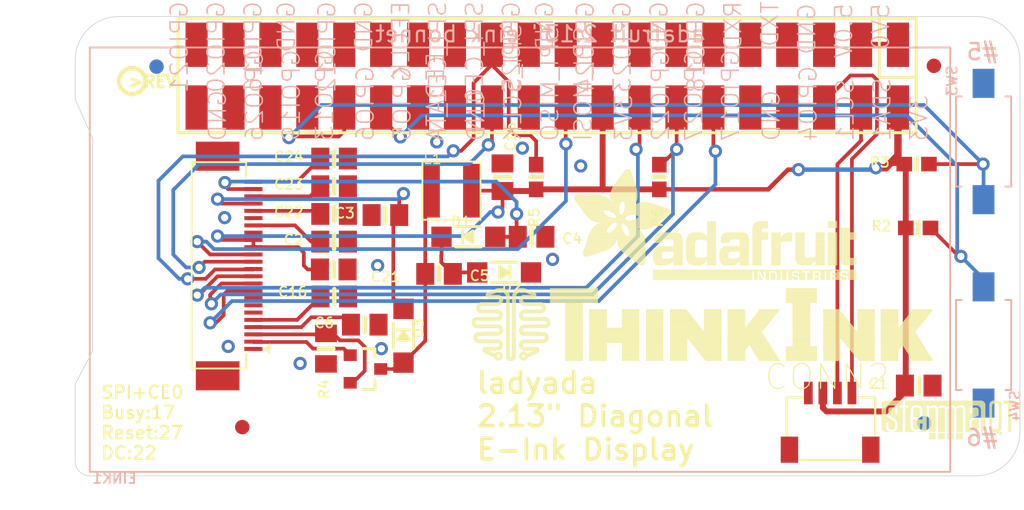
<source format=kicad_pcb>
(kicad_pcb (version 20211014) (generator pcbnew)
  (layers (0 "F.Cu" signal) (31 "B.Cu" signal) (34 "B.Paste" user) (35 "F.Paste" user) (36 "B.SilkS" user "B.Silkscreen") (37 "F.SilkS" user "F.Silkscreen") (38 "B.Mask" user) (39 "F.Mask" user) (44 "Edge.Cuts" user))
  (net 0 "")
  (net 1 "GND")
  (net 2 "3.3V")
  (net 3 "VGH")
  (net 4 "VGL")
  (net 5 "BUSY")
  (net 6 "RESET")
  (net 7 "GDR")
  (net 8 "RESE")
  (net 9 "N$4")
  (net 10 "N$5")
  (net 11 "N$6")
  (net 12 "N$27")
  (net 13 "N$33")
  (net 14 "DC")
  (net 15 "N$2")
  (net 16 "N$3")
  (net 17 "N$9")
  (net 18 "MOSI")
  (net 19 "SCLK")
  (net 20 "CS")
  (net 21 "5.0V")
  (net 22 "SCL_3V")
  (net 23 "SDA_3V")
  (net 24 "GPIO5")
  (net 25 "GPIO6")
  (footprint "boardEagle:FIDUCIAL_1MM" (layer "F.Cu") (at 127.494599 117.4541)
    (fp_text reference "FID4" hide)
    (fp_text value "FIDUCIAL_1MM" hide)
    (pad "1" smd roundrect (at 0 0) (size 1 1) (layers "F.Cu" "F.Mask") (roundrect_rratio 0.5))
  )
  (footprint "boardEagle:SOD-123" (layer "F.Cu") (at 138.588099 111.1676 -90)
    (fp_text reference "D3" (at -1.27 -1.016 90) (layer "F.SilkS") (effects (font (size 0.692831 0.692831) (thickness 0.119969)) (justify right)))
    (fp_text value "MBR0540")
    (pad "A" smd rect (at 1.85 0) (size 1.4 1.4) (layers "F.Cu" "F.Paste" "F.Mask") (net 16 "N$3"))
    (pad "C" smd rect (at -1.85 0) (size 1.4 1.4) (layers "F.Cu" "F.Paste" "F.Mask") (net 3 "VGH"))
  )
  (footprint "boardEagle:0805-NO" (layer "F.Cu") (at 133.826499 108.4646 180)
    (fp_text reference "C16" (at 1.778 0.3175) (layer "F.SilkS") (effects (font (size 0.692831 0.692831) (thickness 0.119969)) (justify right)))
    (fp_text value "1uF")
    (pad "1" smd rect (at -0.95 0 180) (size 1.24 1.5) (layers "F.Cu" "F.Paste" "F.Mask") (net 1 "GND"))
    (pad "2" smd rect (at 0.95 0 180) (size 1.24 1.5) (layers "F.Cu" "F.Paste" "F.Mask") (net 9 "N$4"))
  )
  (footprint "boardEagle:0805-NO" (layer "F.Cu") (at 147.400499 104.3588)
    (fp_text reference "C4" (at 2.032 0.127) (layer "F.SilkS") (effects (font (size 0.692831 0.692831) (thickness 0.119969)) (justify left)))
    (fp_text value "1uF/25V")
    (pad "1" smd rect (at -0.95 0) (size 1.24 1.5) (layers "F.Cu" "F.Paste" "F.Mask") (net 4 "VGL"))
    (pad "2" smd rect (at 0.95 0) (size 1.24 1.5) (layers "F.Cu" "F.Paste" "F.Mask") (net 1 "GND"))
  )
  (footprint "boardEagle:0805-NO" (layer "F.Cu") (at 133.812899 104.6906 180)
    (fp_text reference "C2" (at 2.032 0.127) (layer "F.SilkS") (effects (font (size 0.692831 0.692831) (thickness 0.119969)) (justify right)))
    (fp_text value "1uF/10V")
    (pad "1" smd rect (at -0.95 0 180) (size 1.24 1.5) (layers "F.Cu" "F.Paste" "F.Mask") (net 1 "GND"))
    (pad "2" smd rect (at 0.95 0 180) (size 1.24 1.5) (layers "F.Cu" "F.Paste" "F.Mask") (net 10 "N$5"))
  )
  (footprint "boardEagle:JST_SH4" (layer "F.Cu") (at 167.944099 117.6226)
    (fp_text reference "CONN2" (at -4.6 -3.614) (layer "F.SilkS") (effects (font (size 1.703222 1.703222) (thickness 0.074778)) (justify left)))
    (fp_text value "STEMMA_I2C_QT" hide)
    (pad "1" smd rect (at -1.5 -2.514 90) (size 1.55 0.6) (layers "F.Cu" "F.Paste" "F.Mask") (net 1 "GND"))
    (pad "2" smd rect (at -0.5 -2.514 90) (size 1.55 0.6) (layers "F.Cu" "F.Paste" "F.Mask") (net 2 "3.3V"))
    (pad "3" smd rect (at 0.5 -2.514 90) (size 1.55 0.6) (layers "F.Cu" "F.Paste" "F.Mask") (net 23 "SDA_3V"))
    (pad "4" smd rect (at 1.5 -2.514 90) (size 1.55 0.6) (layers "F.Cu" "F.Paste" "F.Mask") (net 22 "SCL_3V"))
    (pad "MT1" smd rect (at -2.8 1.386 90) (size 1.8 1.2) (layers "F.Cu" "F.Paste" "F.Mask"))
    (pad "MT2" smd rect (at 2.8 1.386 90) (size 1.8 1.2) (layers "F.Cu" "F.Paste" "F.Mask"))
  )
  (footprint "boardEagle:SOD-123" (layer "F.Cu") (at 145.512899 106.8114 180)
    (fp_text reference "D2" (at -1.27 -1.016) (layer "F.SilkS") (effects (font (size 0.692831 0.692831) (thickness 0.119969)) (justify right)))
    (fp_text value "MBR0540")
    (pad "A" smd rect (at 1.85 0 270) (size 1.4 1.4) (layers "F.Cu" "F.Paste" "F.Mask") (net 15 "N$2"))
    (pad "C" smd rect (at -1.85 0 270) (size 1.4 1.4) (layers "F.Cu" "F.Paste" "F.Mask") (net 1 "GND"))
  )
  (footprint "boardEagle:THINKINK_1.25IN" (layer "F.Cu") (at 143.294099 112.8896)
    (fp_text reference "U$29" hide)
    (fp_text value "" hide)
  )
  (footprint "boardEagle:SOD-123" (layer "F.Cu") (at 143.053899 104.3588)
    (fp_text reference "D1" (at -1.27 -1.016) (layer "F.SilkS") (effects (font (size 0.692831 0.692831) (thickness 0.119969)) (justify left)))
    (fp_text value "MBR0540")
    (pad "A" smd rect (at 1.85 0 90) (size 1.4 1.4) (layers "F.Cu" "F.Paste" "F.Mask") (net 4 "VGL"))
    (pad "C" smd rect (at -1.85 0 90) (size 1.4 1.4) (layers "F.Cu" "F.Paste" "F.Mask") (net 15 "N$2"))
  )
  (footprint "boardEagle:0805-NO" (layer "F.Cu") (at 133.788699 106.6056)
    (fp_text reference "C21" (at 2.4765 0.508) (layer "F.SilkS") (effects (font (size 0.692831 0.692831) (thickness 0.119969)) (justify left)))
    (fp_text value "10µF")
    (pad "1" smd rect (at -0.95 0) (size 1.24 1.5) (layers "F.Cu" "F.Paste" "F.Mask") (net 2 "3.3V"))
    (pad "2" smd rect (at 0.95 0) (size 1.24 1.5) (layers "F.Cu" "F.Paste" "F.Mask") (net 1 "GND"))
  )
  (footprint "boardEagle:0805-NO" (layer "F.Cu") (at 145.399299 100.2592 -90)
    (fp_text reference "C15" (at -1.694 -0.5635 90) (layer "F.SilkS") (effects (font (size 0.692831 0.692831) (thickness 0.119969)) (justify left)))
    (fp_text value "10uF/10V+")
    (pad "1" smd rect (at -0.95 0 270) (size 1.24 1.5) (layers "F.Cu" "F.Paste" "F.Mask") (net 1 "GND"))
    (pad "2" smd rect (at 0.95 0 270) (size 1.24 1.5) (layers "F.Cu" "F.Paste" "F.Mask") (net 2 "3.3V"))
  )
  (footprint "boardEagle:0805_10MGAP" (layer "F.Cu") (at 133.254099 112.0566 -90)
    (fp_text reference "R4" (at 2.032 0.127 90) (layer "F.SilkS") (effects (font (size 0.692831 0.692831) (thickness 0.119969)) (justify right)))
    (fp_text value "0.47ohm")
    (pad "1" smd rect (at -1.05 0 270) (size 1.2 1.5) (layers "F.Cu" "F.Paste" "F.Mask") (net 8 "RESE"))
    (pad "2" smd rect (at 1.05 0 270) (size 1.2 1.5) (layers "F.Cu" "F.Paste" "F.Mask") (net 1 "GND"))
  )
  (footprint "boardEagle:0805-NO" (layer "F.Cu") (at 141.034499 106.9114)
    (fp_text reference "C5" (at 2.032 0.127) (layer "F.SilkS") (effects (font (size 0.692831 0.692831) (thickness 0.119969)) (justify left)))
    (fp_text value "4.7uF/25V")
    (pad "1" smd rect (at -0.95 0) (size 1.24 1.5) (layers "F.Cu" "F.Paste" "F.Mask") (net 16 "N$3"))
    (pad "2" smd rect (at 0.95 0) (size 1.24 1.5) (layers "F.Cu" "F.Paste" "F.Mask") (net 15 "N$2"))
  )
  (footprint "boardEagle:0805-NO" (layer "F.Cu") (at 133.812899 102.7856 180)
    (fp_text reference "C22" (at 2.032 0.127) (layer "F.SilkS") (effects (font (size 0.692831 0.692831) (thickness 0.119969)) (justify right)))
    (fp_text value "1uF/25V")
    (pad "1" smd rect (at -0.95 0 180) (size 1.24 1.5) (layers "F.Cu" "F.Paste" "F.Mask") (net 1 "GND"))
    (pad "2" smd rect (at 0.95 0 180) (size 1.24 1.5) (layers "F.Cu" "F.Paste" "F.Mask") (net 11 "N$6"))
  )
  (footprint "boardEagle:STEMMAQT" (layer "F.Cu") (at 171.500099 118.2796)
    (fp_text reference "U$30" hide)
    (fp_text value "" hide)
  )
  (footprint "boardEagle:0603-NO" (layer "F.Cu") (at 173.894099 99.3566 180)
    (fp_text reference "R3" (at 1.778 0.127) (layer "F.SilkS") (effects (font (size 0.692831 0.692831) (thickness 0.119969)) (justify right)))
    (fp_text value "100K")
    (pad "1" smd rect (at -0.85 0 180) (size 1.075 1) (layers "F.Cu" "F.Paste" "F.Mask") (net 25 "GPIO6"))
    (pad "2" smd rect (at 0.85 0 180) (size 1.075 1) (layers "F.Cu" "F.Paste" "F.Mask") (net 2 "3.3V"))
  )
  (footprint "boardEagle:INDUCTOR_4X4MM_NR401" (layer "F.Cu") (at 141.890099 101.1854)
    (fp_text reference "L1" (at -2 -2.2) (layer "F.SilkS") (effects (font (size 0.726968 0.726968) (thickness 0.085832)) (justify left)))
    (fp_text value "10uH")
    (pad "P$1" smd rect (at -1.4 0) (size 1.2 3.7) (layers "F.Cu" "F.Paste" "F.Mask") (net 16 "N$3"))
    (pad "P$2" smd rect (at 1.4 0) (size 1.2 3.7) (layers "F.Cu" "F.Paste" "F.Mask") (net 2 "3.3V"))
  )
  (footprint "boardEagle:ADAFRUIT_TEXT_20MM" (layer "F.Cu") (at 150.178099 107.3165)
    (fp_text reference "U$28" hide)
    (fp_text value "" hide)
  )
  (footprint "boardEagle:SOT23-3" (layer "F.Cu") (at 135.921099 113.4536 -90)
    (fp_text reference "Q5" (at -0.8255 -1.778 90) (layer "F.SilkS") (effects (font (size 0.376489 0.376489) (thickness 0.029911)) (justify right)))
    (fp_text value "IRLML0100")
    (pad "1" smd rect (at -0.95 1 270) (size 0.8 0.9) (layers "F.Cu" "F.Paste" "F.Mask") (net 7 "GDR"))
    (pad "2" smd rect (at 0.95 1 270) (size 0.8 0.9) (layers "F.Cu" "F.Paste" "F.Mask") (net 8 "RESE"))
    (pad "3" smd rect (at 0 -1.1 270) (size 0.8 0.9) (layers "F.Cu" "F.Paste" "F.Mask") (net 16 "N$3"))
  )
  (footprint "boardEagle:0603-NO" (layer "F.Cu") (at 173.999099 103.7496 180)
    (fp_text reference "R2" (at 1.778 0.127) (layer "F.SilkS") (effects (font (size 0.692831 0.692831) (thickness 0.119969)) (justify right)))
    (fp_text value "100K")
    (pad "1" smd rect (at -0.85 0 180) (size 1.075 1) (layers "F.Cu" "F.Paste" "F.Mask") (net 24 "GPIO5"))
    (pad "2" smd rect (at 0.85 0 180) (size 1.075 1) (layers "F.Cu" "F.Paste" "F.Mask") (net 2 "3.3V"))
  )
  (footprint "boardEagle:0805-NO" (layer "F.Cu") (at 137.343499 102.8618 180)
    (fp_text reference "C3" (at 2.032 0.127) (layer "F.SilkS") (effects (font (size 0.692831 0.692831) (thickness 0.119969)) (justify right)))
    (fp_text value "1uF/25V")
    (pad "1" smd rect (at -0.95 0 180) (size 1.24 1.5) (layers "F.Cu" "F.Paste" "F.Mask") (net 3 "VGH"))
    (pad "2" smd rect (at 0.95 0 180) (size 1.24 1.5) (layers "F.Cu" "F.Paste" "F.Mask") (net 1 "GND"))
  )
  (footprint "boardEagle:0805-NO" (layer "F.Cu") (at 133.812899 100.8806 180)
    (fp_text reference "C23" (at 2.032 0.127) (layer "F.SilkS") (effects (font (size 0.692831 0.692831) (thickness 0.119969)) (justify right)))
    (fp_text value "1uF/25V")
    (pad "1" smd rect (at -0.95 0 180) (size 1.24 1.5) (layers "F.Cu" "F.Paste" "F.Mask") (net 1 "GND"))
    (pad "2" smd rect (at 0.95 0 180) (size 1.24 1.5) (layers "F.Cu" "F.Paste" "F.Mask") (net 12 "N$27"))
  )
  (footprint "boardEagle:0805-NO" (layer "F.Cu") (at 133.812899 98.9756 180)
    (fp_text reference "C24" (at 2.032 0.127) (layer "F.SilkS") (effects (font (size 0.692831 0.692831) (thickness 0.119969)) (justify right)))
    (fp_text value "1uF")
    (pad "1" smd rect (at -0.95 0 180) (size 1.24 1.5) (layers "F.Cu" "F.Paste" "F.Mask") (net 1 "GND"))
    (pad "2" smd rect (at 0.95 0 180) (size 1.24 1.5) (layers "F.Cu" "F.Paste" "F.Mask") (net 13 "N$33"))
  )
  (footprint "boardEagle:0805-NO" (layer "F.Cu") (at 135.921099 110.4056 180)
    (fp_text reference "C6" (at 2.032 0.127) (layer "F.SilkS") (effects (font (size 0.692831 0.692831) (thickness 0.119969)) (justify right)))
    (fp_text value "1uF/10V")
    (pad "1" smd rect (at -0.95 0 180) (size 1.24 1.5) (layers "F.Cu" "F.Paste" "F.Mask") (net 1 "GND"))
    (pad "2" smd rect (at 0.95 0 180) (size 1.24 1.5) (layers "F.Cu" "F.Paste" "F.Mask") (net 17 "N$9"))
  )
  (footprint "boardEagle:0805-NO" (layer "F.Cu") (at 174.040099 114.5966 180)
    (fp_text reference "C1" (at 2.032 0.127) (layer "F.SilkS") (effects (font (size 0.692831 0.692831) (thickness 0.119969)) (justify right)))
    (fp_text value "10uF/10V+")
    (pad "1" smd rect (at -0.95 0 180) (size 1.24 1.5) (layers "F.Cu" "F.Paste" "F.Mask") (net 1 "GND"))
    (pad "2" smd rect (at 0.95 0 180) (size 1.24 1.5) (layers "F.Cu" "F.Paste" "F.Mask") (net 2 "3.3V"))
  )
  (footprint "boardEagle:0603-NO" (layer "F.Cu") (at 147.716299 100.2456 -90)
    (fp_text reference "R5" (at 2.032 0.127 90) (layer "F.SilkS") (effects (font (size 0.692831 0.692831) (thickness 0.119969)) (justify right)))
    (fp_text value "100K")
    (pad "1" smd rect (at -0.85 0 270) (size 1.075 1) (layers "F.Cu" "F.Paste" "F.Mask") (net 20 "CS"))
    (pad "2" smd rect (at 0.85 0 270) (size 1.075 1) (layers "F.Cu" "F.Paste" "F.Mask") (net 2 "3.3V"))
  )
  (footprint "boardEagle:FIDUCIAL_1MM" (layer "F.Cu") (at 175.085099 92.5945)
    (fp_text reference "FID1" hide)
    (fp_text value "FIDUCIAL_1MM" hide)
    (pad "1" smd roundrect (at 0 0) (size 1 1) (layers "F.Cu" "F.Mask") (roundrect_rratio 0.5))
  )
  (footprint "boardEagle:PCBFEAT-REV-040" (layer "F.Cu") (at 119.919099 93.6416)
    (fp_text reference "U$9" hide)
    (fp_text value "" hide)
    (fp_text user ">REV" (at -0.3556 0.508) (layer "F.SilkS") (effects (font (size 0.8128 0.8128) (thickness 0.2032)) (justify left bottom)))
  )
  (footprint "boardEagle:0603-NO" (layer "F.Cu") (at 156.190299 100.2456 -90)
    (fp_text reference "R6" (at 2.032 0.127 90) (layer "F.SilkS") (effects (font (size 0.692831 0.692831) (thickness 0.119969)) (justify right)))
    (fp_text value "100K")
    (pad "1" smd rect (at -0.85 0 270) (size 1.075 1) (layers "F.Cu" "F.Paste" "F.Mask") (net 6 "RESET"))
    (pad "2" smd rect (at 0.85 0 270) (size 1.075 1) (layers "F.Cu" "F.Paste" "F.Mask") (net 2 "3.3V"))
  )
  (footprint "boardEagle:TACTILE_3X6MM" (layer "B.Cu") (at 178.501099 111.8036 90)
    (fp_text reference "SW4" (at -3.043 2.17 90) (layer "B.SilkS") (effects (font (size 0.692831 0.692831) (thickness 0.119969)) (justify left mirror)))
    (fp_text value "")
    (pad "P$1" smd rect (at -4 0 90) (size 2 1.5) (layers "B.Cu" "B.Paste" "B.Mask") (net 1 "GND"))
    (pad "P$2" smd rect (at 4 0 90) (size 2 1.5) (layers "B.Cu" "B.Paste" "B.Mask") (net 24 "GPIO5"))
  )
  (footprint "boardEagle:FIDUCIAL_1MM" (layer "B.Cu") (at 121.595499 92.651 180)
    (fp_text reference "FID3" hide)
    (fp_text value "FIDUCIAL_1MM" hide)
    (pad "1" smd roundrect (at 0 0 180) (size 1 1) (layers "B.Cu" "B.Mask") (roundrect_rratio 0.5))
  )
  (footprint "boardEagle:FIDUCIAL_1MM" (layer "B.Cu") (at 174.417099 117.1846 90)
    (fp_text reference "FID2" hide)
    (fp_text value "FIDUCIAL_1MM" hide)
    (pad "1" smd roundrect (at 0 0 90) (size 1 1) (layers "B.Cu" "B.Mask") (roundrect_rratio 0.5))
  )
  (footprint "boardEagle:EINK_213IN_104X212" (layer "B.Cu") (at 117.001099 120.5336)
    (fp_text reference "EINK1" (at 0.1 0.45) (layer "B.SilkS") (effects (font (size 0.692831 0.692831) (thickness 0.119969)) (justify right mirror)))
    (fp_text value "EINK_24PIN_213IN")
    (pad "1" smd rect (at 11.26 -8.46 90) (size 0.275 1.25) (layers "F.Cu" "F.Paste" "F.Mask"))
    (pad "2" smd rect (at 11.26 -8.96 90) (size 0.275 1.25) (layers "F.Cu" "F.Paste" "F.Mask") (net 7 "GDR"))
    (pad "3" smd rect (at 11.26 -9.46 90) (size 0.275 1.25) (layers "F.Cu" "F.Paste" "F.Mask") (net 8 "RESE"))
    (pad "4" smd rect (at 11.26 -9.96 90) (size 0.275 1.25) (layers "F.Cu" "F.Paste" "F.Mask") (net 17 "N$9"))
    (pad "5" smd rect (at 11.26 -10.46 90) (size 0.275 1.25) (layers "F.Cu" "F.Paste" "F.Mask") (net 9 "N$4"))
    (pad "6" smd rect (at 11.26 -10.96 90) (size 0.275 1.25) (layers "F.Cu" "F.Paste" "F.Mask"))
    (pad "7" smd rect (at 11.26 -11.46 90) (size 0.275 1.25) (layers "F.Cu" "F.Paste" "F.Mask"))
    (pad "8" smd rect (at 11.26 -11.96 90) (size 0.275 1.25) (layers "F.Cu" "F.Paste" "F.Mask") (net 1 "GND"))
    (pad "9" smd rect (at 11.26 -12.46 90) (size 0.275 1.25) (layers "F.Cu" "F.Paste" "F.Mask") (net 5 "BUSY"))
    (pad "10" smd rect (at 11.26 -12.96 90) (size 0.275 1.25) (layers "F.Cu" "F.Paste" "F.Mask") (net 6 "RESET"))
    (pad "11" smd rect (at 11.26 -13.46 90) (size 0.275 1.25) (layers "F.Cu" "F.Paste" "F.Mask") (net 14 "DC"))
    (pad "12" smd rect (at 11.26 -13.96 90) (size 0.275 1.25) (layers "F.Cu" "F.Paste" "F.Mask") (net 20 "CS"))
    (pad "13" smd rect (at 11.26 -14.46 90) (size 0.275 1.25) (layers "F.Cu" "F.Paste" "F.Mask") (net 19 "SCLK"))
    (pad "14" smd rect (at 11.26 -14.96 90) (size 0.275 1.25) (layers "F.Cu" "F.Paste" "F.Mask") (net 18 "MOSI"))
    (pad "15" smd rect (at 11.26 -15.46 90) (size 0.275 1.25) (layers "F.Cu" "F.Paste" "F.Mask") (net 2 "3.3V"))
    (pad "16" smd rect (at 11.26 -15.96 90) (size 0.275 1.25) (layers "F.Cu" "F.Paste" "F.Mask") (net 2 "3.3V"))
    (pad "17" smd rect (at 11.26 -16.46 90) (size 0.275 1.25) (layers "F.Cu" "F.Paste" "F.Mask") (net 1 "GND"))
    (pad "18" smd rect (at 11.26 -16.96 90) (size 0.275 1.25) (layers "F.Cu" "F.Paste" "F.Mask") (net 10 "N$5"))
    (pad "19" smd rect (at 11.26 -17.46 90) (size 0.275 1.25) (layers "F.Cu" "F.Paste" "F.Mask"))
    (pad "20" smd rect (at 11.26 -17.96 90) (size 0.275 1.25) (layers "F.Cu" "F.Paste" "F.Mask") (net 11 "N$6"))
    (pad "21" smd rect (at 11.26 -18.46 90) (size 0.275 1.25) (layers "F.Cu" "F.Paste" "F.Mask") (net 3 "VGH"))
    (pad "22" smd rect (at 11.26 -18.96 90) (size 0.275 1.25) (layers "F.Cu" "F.Paste" "F.Mask") (net 12 "N$27"))
    (pad "23" smd rect (at 11.26 -19.46 90) (size 0.275 1.25) (layers "F.Cu" "F.Paste" "F.Mask") (net 4 "VGL"))
    (pad "24" smd rect (at 11.26 -19.96 90) (size 0.275 1.25) (layers "F.Cu" "F.Paste" "F.Mask") (net 13 "N$33"))
    (pad "SPRT1" smd rect (at 8.8 -6.61) (size 3 2) (layers "F.Cu" "F.Paste" "F.Mask"))
    (pad "SPRT2" smd rect (at 8.8 -21.72) (size 3 2) (layers "F.Cu" "F.Paste" "F.Mask"))
  )
  (footprint "boardEagle:PI_BONNET_SMT_NODIM" (layer "B.Cu") (at 180.980699 119.8036 180)
    (fp_text reference "RPI2" hide)
    (fp_text value "RASPBERRYPI_BPLUS_SMT_NODIM" hide)
    (fp_text user "GND" (at 31.9916 31.7378 270) (layer "B.SilkS") (effects (font (size 1.1684 1.1684) (thickness 0.1016)) (justify left bottom mirror)))
    (fp_text user "SDA1" (at 10.1476 21.9334 270) (layer "B.SilkS") (effects (font (size 1.1684 1.1684) (thickness 0.1016)) (justify right top mirror)))
    (fp_text user "EEDATA" (at 40.8816 21.9334 270) (layer "B.SilkS") (effects (font (size 1.1684 1.1684) (thickness 0.1016)) (justify right top mirror)))
    (fp_text user "GPIO21" (at 57.1376 31.7378 270) (layer "B.SilkS") (effects (font (size 1.1684 1.1684) (thickness 0.1016)) (justify left bottom mirror)))
    (fp_text user "TXD" (at 16.4976 31.7378 270) (layer "B.SilkS") (effects (font (size 1.1684 1.1684) (thickness 0.1016)) (justify left bottom mirror)))
    (fp_text user "GPIO12" (at 46.9776 31.7378 270) (layer "B.SilkS") (effects (font (size 1.1684 1.1684) (thickness 0.1016)) (justify left bottom mirror)))
    (fp_text user "3V3" (at 27.9276 21.9334 270) (layer "B.SilkS") (effects (font (size 1.1684 1.1684) (thickness 0.1016)) (justify right top mirror)))
    (fp_text user "GPIO26" (at 53.3276 21.9334 270) (layer "B.SilkS") (effects (font (size 1.1684 1.1684) (thickness 0.1016)) (justify right top mirror)))
    (fp_text user "GND" (at 38.0876 21.9334 270) (layer "B.SilkS") (effects (font (size 1.1684 1.1684) (thickness 0.1016)) (justify right top mirror)))
    (fp_text user "SPI_MISO" (at 33.0076 21.9334 270) (layer "B.SilkS") (effects (font (size 1.1684 1.1684) (thickness 0.1016)) (justify right top mirror)))
    (fp_text user "GPIO5" (at 43.1676 21.9334 270) (layer "B.SilkS") (effects (font (size 1.1684 1.1684) (thickness 0.1016)) (justify right top mirror)))
    (fp_text user "EECLK" (at 41.8976 31.7378 270) (layer "B.SilkS") (effects (font (size 1.1684 1.1684) (thickness 0.1016)) (justify left bottom mirror)))
    (fp_text user "RXD" (at 19.0376 31.7378 270) (layer "B.SilkS") (effects (font (size 1.1684 1.1684) (thickness 0.1016)) (justify left bottom mirror)))
    (fp_text user "GPIO23" (at 26.6576 31.7378 270) (layer "B.SilkS") (effects (font (size 1.1684 1.1684) (thickness 0.1016)) (justify left bottom mirror)))
    (fp_text user "SCL1" (at 12.6876 21.9334 270) (layer "B.SilkS") (effects (font (size 1.1684 1.1684) (thickness 0.1016)) (justify right top mirror)))
    (fp_text user "5.0V" (at 11.4176 31.5854 270) (layer "B.SilkS") (effects (font (size 1.1684 1.1684) (thickness 0.1016)) (justify left bottom mirror)))
    (fp_text user "GND" (at 24.1176 31.7378 270) (layer "B.SilkS") (effects (font (size 1.1684 1.1684) (thickness 0.1016)) (justify left bottom mirror)))
    (fp_text user "GPIO25" (at 34.2776 31.7378 270) (layer "B.SilkS") (effects (font (size 1.1684 1.1684) (thickness 0.1016)) (justify left bottom mirror)))
    (fp_text user "GPIO20" (at 54.5976 31.7378 270) (layer "B.SilkS") (effects (font (size 1.1684 1.1684) (thickness 0.1016)) (justify left bottom mirror)))
    (fp_text user "SPI_CE1_N" (at 39.3576 31.7378 270) (layer "B.SilkS") (effects (font (size 1.1684 1.1684) (thickness 0.1016)) (justify left bottom mirror)))
    (fp_text user "SPI_SCLK" (at 35.5476 21.9334 270) (layer "B.SilkS") (effects (font (size 1.1684 1.1684) (thickness 0.1016)) (justify right top mirror)))
    (fp_text user "3V3" (at 7.6076 21.9334 270) (layer "B.SilkS") (effects (font (size 1.1684 1.1684) (thickness 0.1016)) (justify right top mirror)))
    (fp_text user "GPIO27" (at 23.1016 21.9334 270) (layer "B.SilkS") (effects (font (size 1.1684 1.1684) (thickness 0.1016)) (justify right top mirror)))
    (fp_text user "GND" (at 17.7676 21.9334 270) (layer "B.SilkS") (effects (font (size 1.1684 1.1684) (thickness 0.1016)) (justify right top mirror)))
    (fp_text user "GND" (at 49.7716 31.7378 270) (layer "B.SilkS") (effects (font (size 1.1684 1.1684) (thickness 0.1016)) (justify left bottom mirror)))
    (fp_text user "GND" (at 55.8676 21.9334 270) (layer "B.SilkS") (effects (font (size 1.1684 1.1684) (thickness 0.1016)) (justify right top mirror)))
    (fp_text user "5V0" (at 8.8776 31.5854 270) (layer "B.SilkS") (effects (font (size 1.1684 1.1684) (thickness 0.1016)) (justify left bottom mirror)))
    (fp_text user "GND" (at 44.4376 31.7378 270) (layer "B.SilkS") (effects (font (size 1.1684 1.1684) (thickness 0.1016)) (justify left bottom mirror)))
    (fp_text user "GPOI19" (at 50.7876 21.9334 270) (layer "B.SilkS") (effects (font (size 1.1684 1.1684) (thickness 0.1016)) (justify right top mirror)))
    (fp_text user "GPIO18" (at 21.5776 31.7378 270) (layer "B.SilkS") (effects (font (size 1.1684 1.1684) (thickness 0.1016)) (justify left bottom mirror)))
    (fp_text user "GPIO4" (at 15.2276 21.9334 270) (layer "B.SilkS") (effects (font (size 1.1684 1.1684) (thickness 0.1016)) (justify right top mirror)))
    (fp_text user "SPI_MOSI" (at 30.7216 21.9334 270) (layer "B.SilkS") (effects (font (size 1.1684 1.1684) (thickness 0.1016)) (justify right top mirror)))
    (fp_text user "GPIO13" (at 48.5016 21.9334 270) (layer "B.SilkS") (effects (font (size 1.1684 1.1684) (thickness 0.1016)) (justify right top mirror)))
    (fp_text user "GPIO24" (at 29.1976 31.7378 270) (layer "B.SilkS") (effects (font (size 1.1684 1.1684) (thickness 0.1016)) (justify left bottom mirror)))
    (fp_text user "GND" (at 13.9576 31.5854 270) (layer "B.SilkS") (effects (font (size 1.1684 1.1684) (thickness 0.1016)) (justify left bottom mirror)))
    (fp_text user "SPI_CE0_N" (at 36.8176 31.7378 270) (layer "B.SilkS") (effects (font (size 1.1684 1.1684) (thickness 0.1016)) (justify left bottom mirror)))
    (fp_text user "GPIO17" (at 20.5616 21.9334 270) (layer "B.SilkS") (effects (font (size 1.1684 1.1684) (thickness 0.1016)) (justify right top mirror)))
    (fp_text user "GPIO6" (at 45.7076 21.9334 270) (layer "B.SilkS") (effects (font (size 1.1684 1.1684) (thickness 0.1016)) (justify right top mirror)))
    (fp_text user "GPIO22" (at 25.3876 21.9334 270) (layer "B.SilkS") (effects (font (size 1.1684 1.1684) (thickness 0.1016)) (justify right top mirror)))
    (fp_text user "GPIO16" (at 52.0576 31.7378 270) (layer "B.SilkS") (effects (font (size 1.1684 1.1684) (thickness 0.1016)) (justify left bottom mirror)))
    (pad "1" smd rect (at 8.3696 24.3394 270) (size 3.048 1.524) (layers "F.Cu" "F.Paste" "F.Mask") (net 2 "3.3V"))
    (pad "2" smd rect (at 8.3696 28.6574 270) (size 3.048 1.524) (layers "F.Cu" "F.Paste" "F.Mask") (net 21 "5.0V"))
    (pad "3" smd rect (at 10.9096 24.3394 90) (size 3.048 1.524) (layers "F.Cu" "F.Paste" "F.Mask") (net 23 "SDA_3V"))
    (pad "4" smd rect (at 10.9096 28.6574 270) (size 3.048 1.524) (layers "F.Cu" "F.Paste" "F.Mask") (net 21 "5.0V"))
    (pad "5" smd rect (at 13.4496 24.3394 90) (size 3.048 1.524) (layers "F.Cu" "F.Paste" "F.Mask") (net 22 "SCL_3V"))
    (pad "6" smd rect (at 13.4496 28.6574 270) (size 3.048 1.524) (layers "F.Cu" "F.Paste" "F.Mask") (net 1 "GND"))
    (pad "7" smd rect (at 15.9896 24.3394 90) (size 3.048 1.524) (layers "F.Cu" "F.Paste" "F.Mask"))
    (pad "8" smd rect (at 15.9896 28.6574 270) (size 3.048 1.524) (layers "F.Cu" "F.Paste" "F.Mask"))
    (pad "9" smd rect (at 18.5296 24.3394 90) (size 3.048 1.524) (layers "F.Cu" "F.Paste" "F.Mask") (net 1 "GND"))
    (pad "10" smd rect (at 18.5296 28.6574 270) (size 3.048 1.524) (layers "F.Cu" "F.Paste" "F.Mask"))
    (pad "11" smd rect (at 21.0696 24.3394 90) (size 3.048 1.524) (layers "F.Cu" "F.Paste" "F.Mask") (net 5 "BUSY"))
    (pad "12" smd rect (at 21.0696 28.6574 270) (size 3.048 1.524) (layers "F.Cu" "F.Paste" "F.Mask"))
    (pad "13" smd rect (at 23.6096 24.3394 90) (size 3.048 1.524) (layers "F.Cu" "F.Paste" "F.Mask") (net 6 "RESET"))
    (pad "14" smd rect (at 23.6096 28.6574 270) (size 3.048 1.524) (layers "F.Cu" "F.Paste" "F.Mask") (net 1 "GND"))
    (pad "15" smd rect (at 26.1496 24.3394 90) (size 3.048 1.524) (layers "F.Cu" "F.Paste" "F.Mask") (net 14 "DC"))
    (pad "16" smd rect (at 26.1496 28.6574 270) (size 3.048 1.524) (layers "F.Cu" "F.Paste" "F.Mask"))
    (pad "17" smd rect (at 28.6896 24.3394 90) (size 3.048 1.524) (layers "F.Cu" "F.Paste" "F.Mask") (net 2 "3.3V"))
    (pad "18" smd rect (at 28.6896 28.6574 270) (size 3.048 1.524) (layers "F.Cu" "F.Paste" "F.Mask"))
    (pad "19" smd rect (at 31.2296 24.3394 90) (size 3.048 1.524) (layers "F.Cu" "F.Paste" "F.Mask") (net 18 "MOSI"))
    (pad "20" smd rect (at 31.2296 28.6574 270) (size 3.048 1.524) (layers "F.Cu" "F.Paste" "F.Mask") (net 1 "GND"))
    (pad "21" smd rect (at 33.7696 24.3394 90) (size 3.048 1.524) (layers "F.Cu" "F.Paste" "F.Mask"))
    (pad "22" smd rect (at 33.7696 28.6574 270) (size 3.048 1.524) (layers "F.Cu" "F.Paste" "F.Mask"))
    (pad "23" smd rect (at 36.3096 24.3394 90) (size 3.048 1.524) (layers "F.Cu" "F.Paste" "F.Mask") (net 19 "SCLK"))
    (pad "24" smd rect (at 36.3096 28.6574 270) (size 3.048 1.524) (layers "F.Cu" "F.Paste" "F.Mask") (net 20 "CS"))
    (pad "25" smd rect (at 38.8496 24.3394 90) (size 3.048 1.524) (layers "F.Cu" "F.Paste" "F.Mask") (net 1 "GND"))
    (pad "26" smd rect (at 38.8496 28.6574 270) (size 3.048 1.524) (layers "F.Cu" "F.Paste" "F.Mask"))
    (pad "27" smd rect (at 41.3896 24.3394 90) (size 3.048 1.524) (layers "F.Cu" "F.Paste" "F.Mask"))
    (pad "28" smd rect (at 41.3896 28.6574 270) (size 3.048 1.524) (layers "F.Cu" "F.Paste" "F.Mask"))
    (pad "29" smd rect (at 43.9296 24.3394 90) (size 3.048 1.524) (layers "F.Cu" "F.Paste" "F.Mask") (net 24 "GPIO5"))
    (pad "30" smd rect (at 43.9296 28.6574 270) (size 3.048 1.524) (layers "F.Cu" "F.Paste" "F.Mask") (net 1 "GND"))
    (pad "31" smd rect (at 46.4696 24.3394 90) (size 3.048 1.524) (layers "F.Cu" "F.Paste" "F.Mask") (net 25 "GPIO6"))
    (pad "32" smd rect (at 46.4696 28.6574 270) (size 3.048 1.524) (layers "F.Cu" "F.Paste" "F.Mask"))
    (pad "33" smd rect (at 49.0096 24.3394 90) (size 3.048 1.524) (layers "F.Cu" "F.Paste" "F.Mask"))
    (pad "34" smd rect (at 49.0096 28.6574 270) (size 3.048 1.524) (layers "F.Cu" "F.Paste" "F.Mask") (net 1 "GND"))
    (pad "35" smd rect (at 51.5496 24.3394 90) (size 3.048 1.524) (layers "F.Cu" "F.Paste" "F.Mask"))
    (pad "36" smd rect (at 51.5496 28.6574 270) (size 3.048 1.524) (layers "F.Cu" "F.Paste" "F.Mask"))
    (pad "37" smd rect (at 54.0896 24.3394 90) (size 3.048 1.524) (layers "F.Cu" "F.Paste" "F.Mask"))
    (pad "38" smd rect (at 54.0896 28.6574 270) (size 3.048 1.524) (layers "F.Cu" "F.Paste" "F.Mask"))
    (pad "39" smd rect (at 56.6296 24.3394 90) (size 3.048 1.524) (layers "F.Cu" "F.Paste" "F.Mask") (net 1 "GND"))
    (pad "40" smd rect (at 56.6296 28.6574 270) (size 3.048 1.524) (layers "F.Cu" "F.Paste" "F.Mask"))
  )
  (footprint "boardEagle:TACTILE_3X6MM" (layer "B.Cu") (at 178.501099 97.8036 -90)
    (fp_text reference "SW3" (at -3.043 2.17 -270) (layer "B.SilkS") (effects (font (size 0.692831 0.692831) (thickness 0.119969)) (justify right mirror)))
    (fp_text value "")
    (pad "P$1" smd rect (at -4 0 270) (size 2 1.5) (layers "B.Cu" "B.Paste" "B.Mask") (net 1 "GND"))
    (pad "P$2" smd rect (at 4 0 270) (size 2 1.5) (layers "B.Cu" "B.Paste" "B.Mask") (net 25 "GPIO6"))
  )
  (gr_line (start 117.201099 97.6036) (end 117.201099 112.2036) (layer "Edge.Cuts") (width 0.05))
  (gr_line (start 116.001099 114.5036) (end 116.001099 119.8036) (layer "Edge.Cuts") (width 0.05))
  (gr_line (start 116.001099 92.2036) (end 116.001099 94.9036) (layer "Edge.Cuts") (width 0.05))
  (gr_line (start 117.001099 120.8036) (end 178.001099 120.8036) (layer "Edge.Cuts") (width 0.05))
  (gr_line (start 178.001099 89.2036) (end 119.001099 89.2036) (layer "Edge.Cuts") (width 0.05))
  (gr_arc (start 116.001099 92.2036) (mid 116.879779 90.08228) (end 119.001099 89.2036) (layer "Edge.Cuts") (width 0.05))
  (gr_arc (start 181.0011 117.803599) (mid 180.12242 119.92492) (end 178.001099 120.8036) (layer "Edge.Cuts") (width 0.05))
  (gr_line (start 116.001099 94.9036) (end 117.201099 97.6036) (layer "Edge.Cuts") (width 0.05))
  (gr_line (start 181.001099 117.8036) (end 181.001099 92.2036) (layer "Edge.Cuts") (width 0.05))
  (gr_line (start 117.201099 112.2036) (end 116.001099 114.5036) (layer "Edge.Cuts") (width 0.05))
  (gr_arc (start 178.001099 89.2036) (mid 180.122419 90.08228) (end 181.001099 92.2036) (layer "Edge.Cuts") (width 0.05))
  (gr_arc (start 117.001099 120.8036) (mid 116.293992 120.510707) (end 116.001099 119.8036) (layer "Edge.Cuts") (width 0.05))
  (gr_text "adafruit 2.13\" eink bonnet" (at 148.005099 90.4031) (layer "B.SilkS") (effects (font (size 1.1176 1.1176) (thickness 0.1524)) (justify mirror)))
  (gr_text "#5" (at 178.420099 91.6356) (layer "B.SilkS") (effects (font (size 1.1049 1.1049) (thickness 0.1651)) (justify mirror)))
  (gr_text "#6" (at 178.393099 118.1806) (layer "B.SilkS") (effects (font (size 1.1049 1.1049) (thickness 0.1651)) (justify mirror)))
  (gr_text "SPI+CE0\nBusy:17\nReset:27\nDC:22" (at 117.704099 117.1476) (layer "F.SilkS") (effects (font (size 0.8636 0.8636) (thickness 0.1524)) (justify left)))
  (gr_text "ladyada\n2.13\" Diagonal\nE-Ink Display" (at 143.485099 116.7031) (layer "F.SilkS") (effects (font (size 1.42494 1.42494) (thickness 0.25146)) (justify left)))
  (via (at 136.810099 106.3416) (size 0.9064) (drill 0.5) (layers "F.Cu" "B.Cu") (net 1))
  (via (at 126.528099 111.9026) (size 0.9064) (drill 0.5) (layers "F.Cu" "B.Cu") (net 1))
  (via (at 131.476099 113.0726) (size 0.9064) (drill 0.5) (layers "F.Cu" "B.Cu") (net 1))
  (via (at 126.282099 103.0396) (size 0.9064) (drill 0.5) (layers "F.Cu" "B.Cu") (net 1))
  (via (at 140.874099 97.8326) (size 0.9064) (drill 0.5) (layers "F.Cu" "B.Cu") (net 1))
  (via (at 150.780099 99.4836) (size 0.9064) (drill 0.5) (layers "F.Cu" "B.Cu") (net 1))
  (via (at 146.770099 98.2566) (size 0.9064) (drill 0.5) (layers "F.Cu" "B.Cu") (net 1))
  (via (at 137.064099 112.0566) (size 0.9064) (drill 0.5) (layers "F.Cu" "B.Cu") (net 1))
  (via (at 148.845099 105.9146) (size 0.9064) (drill 0.5) (layers "F.Cu" "B.Cu") (net 1))
  (segment (start 144.784099 101.2092) (end 144.760299 101.1854) (width 0.254) (layer "F.Cu") (net 2))
  (segment (start 165.766099 99.7376) (end 165.043099 99.7376) (width 0.3048) (layer "F.Cu") (net 2))
  (segment (start 167.690099 116.3746) (end 171.754099 116.3746) (width 0.4064) (layer "F.Cu") (net 2))
  (segment (start 165.043099 99.7376) (end 163.685099 101.0956) (width 0.3048) (layer "F.Cu") (net 2))
  (segment (start 167.444099 116.1286) (end 167.690099 116.3746) (width 0.4064) (layer "F.Cu") (net 2))
  (segment (start 172.611099 98.7662) (end 171.766699 99.6106) (width 0.508) (layer "F.Cu") (net 2))
  (segment (start 126.057099 104.5736) (end 125.793099 104.3096) (width 0.254) (layer "F.Cu") (net 2))
  (segment (start 145.399299 101.2092) (end 145.301099 101.2092) (width 0.254) (layer "F.Cu") (net 2))
  (segment (start 131.730099 106.3416) (end 131.994099 106.6056) (width 0.254) (layer "F.Cu") (net 2))
  (segment (start 173.149099 103.7496) (end 173.149099 99.6086) (width 0.4064) (layer "F.Cu") (net 2))
  (segment (start 173.149099 114.9796) (end 173.149099 114.5376) (width 0.4064) (layer "F.Cu") (net 2))
  (segment (start 167.444099 115.1086) (end 167.444099 116.1286) (width 0.4064) (layer "F.Cu") (net 2))
  (segment (start 145.399299 101.2092) (end 144.784099 101.2092) (width 0.254) (layer "F.Cu") (net 2))
  (segment (start 172.897099 99.3566) (end 172.103099 99.3566) (width 0.254) (layer "F.Cu") (net 2))
  (segment (start 131.351999 105.0745) (end 129.101099 105.0745) (width 0.254) (layer "F.Cu") (net 2))
  (segment (start 173.090099 114.5966) (end 173.149099 114.5376) (width 0.4064) (layer "F.Cu") (net 2))
  (segment (start 156.190299 101.0956) (end 163.685099 101.0956) (width 0.3048) (layer "F.Cu") (net 2))
  (segment (start 131.994099 106.6056) (end 132.838699 106.6056) (width 0.254) (layer "F.Cu") (net 2))
  (segment (start 172.103099 99.3566) (end 171.849099 99.6106) (width 0.254) (layer "F.Cu") (net 2))
  (segment (start 131.730099 105.4526) (end 131.730099 106.3416) (width 0.254) (layer "F.Cu") (net 2))
  (segment (start 128.261099 104.5736) (end 126.057099 104.5736) (width 0.254) (layer "F.Cu") (net 2))
  (segment (start 173.044099 99.3566) (end 172.897099 99.3566) (width 0.254) (layer "F.Cu") (net 2))
  (segment (start 171.087099 99.6106) (end 171.766699 99.6106) (width 0.508) (layer "F.Cu") (net 2))
  (segment (start 129.100199 105.0736) (end 129.101099 105.0745) (width 0.254) (layer "F.Cu") (net 2))
  (segment (start 144.760299 101.1854) (end 143.290099 101.1854) (width 0.254) (layer "F.Cu") (net 2))
  (segment (start 145.399299 102.3514) (end 145.092099 102.6586) (width 0.254) (layer "F.Cu") (net 2))
  (segment (start 128.261099 105.0736) (end 129.100199 105.0736) (width 0.254) (layer "F.Cu") (net 2))
  (segment (start 131.730099 105.4526) (end 131.351999 105.0745) (width 0.254) (layer "F.Cu") (net 2))
  (segment (start 171.849099 99.6106) (end 171.087099 99.6106) (width 0.254) (layer "F.Cu") (net 2))
  (segment (start 152.291099 95.4642) (end 152.291099 101.0856) (width 0.4064) (layer "F.Cu") (net 2))
  (segment (start 173.149099 114.5376) (end 173.149099 103.7496) (width 0.4064) (layer "F.Cu") (net 2))
  (segment (start 152.301099 101.0956) (end 147.716299 101.0956) (width 0.4064) (layer "F.Cu") (net 2))
  (segment (start 171.754099 116.3746) (end 173.149099 114.9796) (width 0.4064) (layer "F.Cu") (net 2))
  (segment (start 173.149099 99.6086) (end 172.897099 99.3566) (width 0.4064) (layer "F.Cu") (net 2))
  (segment (start 152.291099 101.0856) (end 152.301099 101.0956) (width 0.4064) (layer "F.Cu") (net 2))
  (segment (start 128.261099 104.5736) (end 128.261099 105.0736) (width 0.254) (layer "F.Cu") (net 2))
  (segment (start 145.399299 101.2092) (end 145.399299 102.3514) (width 0.254) (layer "F.Cu") (net 2))
  (segment (start 145.301099 101.2092) (end 147.602695 101.2092) (width 0.4064) (layer "F.Cu") (net 2))
  (segment (start 147.602695 101.2092) (end 147.716299 101.0956) (width 0.4064) (layer "F.Cu") (net 2))
  (segment (start 156.190299 101.0956) (end 152.301099 101.0956) (width 0.4064) (layer "F.Cu") (net 2))
  (segment (start 172.611099 98.7662) (end 172.611099 95.4642) (width 0.508) (layer "F.Cu") (net 2))
  (via (at 171.087099 99.6106) (size 0.9064) (drill 0.5) (layers "F.Cu" "B.Cu") (net 2))
  (via (at 165.766099 99.7376) (size 0.9064) (drill 0.5) (layers "F.Cu" "B.Cu") (net 2))
  (via (at 125.793099 104.3096) (size 0.9064) (drill 0.5) (layers "F.Cu" "B.Cu") (net 2))
  (via (at 145.092099 102.6586) (size 0.9064) (drill 0.5) (layers "F.Cu" "B.Cu") (net 2))
  (segment (start 170.960099 99.7376) (end 165.766099 99.7376) (width 0.3048) (layer "B.Cu") (net 2))
  (segment (start 125.793099 104.3096) (end 142.906099 104.3096) (width 0.254) (layer "B.Cu") (net 2))
  (segment (start 170.960099 99.7376) (end 171.087099 99.6106) (width 0.3048) (layer "B.Cu") (net 2))
  (segment (start 142.906099 104.3096) (end 144.557099 102.6586) (width 0.254) (layer "B.Cu") (net 2))
  (segment (start 144.557099 102.6586) (end 145.092099 102.6586) (width 0.254) (layer "B.Cu") (net 2))
  (segment (start 137.888099 103.2672) (end 137.888099 108.6176) (width 0.254) (layer "F.Cu") (net 3))
  (segment (start 138.293499 102.8618) (end 137.888099 103.2672) (width 0.254) (layer "F.Cu") (net 3))
  (segment (start 138.588099 109.3176) (end 137.888099 108.6176) (width 0.254) (layer "F.Cu") (net 3))
  (segment (start 138.588099 101.3886) (end 138.293499 101.6832) (width 0.254) (layer "F.Cu") (net 3))
  (segment (start 126.097099 102.0736) (end 125.793099 101.7696) (width 0.254) (layer "F.Cu") (net 3))
  (segment (start 138.293499 101.6832) (end 138.293499 102.8618) (width 0.254) (layer "F.Cu") (net 3))
  (segment (start 128.261099 102.0736) (end 126.097099 102.0736) (width 0.254) (layer "F.Cu") (net 3))
  (via (at 138.588099 101.3886) (size 0.9064) (drill 0.5) (layers "F.Cu" "B.Cu") (net 3))
  (via (at 125.793099 101.7696) (size 0.9064) (drill 0.5) (layers "F.Cu" "B.Cu") (net 3))
  (segment (start 138.207095 101.7696) (end 138.588099 101.3886) (width 0.254) (layer "B.Cu") (net 3))
  (segment (start 125.793099 101.7696) (end 138.207095 101.7696) (width 0.254) (layer "B.Cu") (net 3))
  (segment (start 126.517099 101.0736) (end 126.249099 100.8056) (width 0.254) (layer "F.Cu") (net 4))
  (segment (start 144.903899 104.3588) (end 146.370099 104.3588) (width 0.254) (layer "F.Cu") (net 4))
  (segment (start 146.450499 104.3588) (end 144.903899 104.3588) (width 0.254) (layer "F.Cu") (net 4))
  (segment (start 128.261099 101.0736) (end 126.517099 101.0736) (width 0.254) (layer "F.Cu") (net 4))
  (segment (start 126.301099 100.6266) (end 126.301099 100.7536) (width 0.254) (layer "F.Cu") (net 4))
  (segment (start 146.370099 102.7856) (end 146.370099 104.3588) (width 0.254) (layer "F.Cu") (net 4))
  (segment (start 126.301099 100.7536) (end 126.249099 100.8056) (width 0.254) (layer "F.Cu") (net 4))
  (via (at 126.301099 100.6266) (size 0.9064) (drill 0.5) (layers "F.Cu" "B.Cu") (net 4))
  (via (at 146.370099 102.7856) (size 0.9064) (drill 0.5) (layers "F.Cu" "B.Cu") (net 4))
  (segment (start 126.364599 100.5631) (end 126.301099 100.6266) (width 0.254) (layer "B.Cu") (net 4))
  (segment (start 144.974599 100.5631) (end 126.364599 100.5631) (width 0.254) (layer "B.Cu") (net 4))
  (segment (start 146.370099 101.9586) (end 144.974599 100.5631) (width 0.254) (layer "B.Cu") (net 4))
  (segment (start 146.370099 101.9586) (end 146.370099 102.7856) (width 0.254) (layer "B.Cu") (net 4))
  (segment (start 126.217299 108.328125) (end 126.217299 109.7466) (width 0.254) (layer "F.Cu") (net 5))
  (segment (start 128.261099 108.0736) (end 126.471824 108.0736) (width 0.254) (layer "F.Cu") (net 5))
  (segment (start 126.471824 108.0736) (end 126.217299 108.328125) (width 0.254) (layer "F.Cu") (net 5))
  (segment (start 126.217299 109.7466) (end 125.685299 110.2786) (width 0.254) (layer "F.Cu") (net 5))
  (segment (start 159.911099 98.3276) (end 159.911099 95.4642) (width 0.254) (layer "F.Cu") (net 5))
  (segment (start 160.051099 98.4676) (end 159.911099 98.3276) (width 0.254) (layer "F.Cu") (net 5))
  (segment (start 125.685299 110.2786) (end 125.285099 110.2786) (width 0.254) (layer "F.Cu") (net 5))
  (via (at 160.051099 98.4676) (size 0.9064) (drill 0.5) (layers "F.Cu" "B.Cu") (net 5))
  (via (at 125.285099 110.2786) (size 0.9064) (drill 0.5) (layers "F.Cu" "B.Cu") (net 5))
  (segment (start 125.285099 110.2786) (end 126.783699 108.78) (width 0.254) (layer "B.Cu") (net 5))
  (segment (start 152.024699 108.78) (end 160.051099 100.7536) (width 0.254) (layer "B.Cu") (net 5))
  (segment (start 126.783699 108.78) (end 152.024699 108.78) (width 0.254) (layer "B.Cu") (net 5))
  (segment (start 160.051099 100.7536) (end 160.051099 98.4676) (width 0.254) (layer "B.Cu") (net 5))
  (segment (start 157.384099 95.4772) (end 157.371099 95.4642) (width 0.254) (layer "F.Cu") (net 6))
  (segment (start 126.058099 107.5736) (end 125.285099 108.3466) (width 0.254) (layer "F.Cu") (net 6))
  (segment (start 157.384099 98.3406) (end 157.384099 95.4772) (width 0.254) (layer "F.Cu") (net 6))
  (segment (start 125.285099 108.8816) (end 125.371206 108.967707) (width 0.254) (layer "F.Cu") (net 6))
  (segment (start 156.329099 99.3956) (end 157.384099 98.3406) (width 0.254) (layer "F.Cu") (net 6))
  (segment (start 156.190299 99.3956) (end 156.329099 99.3956) (width 0.254) (layer "F.Cu") (net 6))
  (segment (start 125.285099 108.3466) (end 125.285099 108.8816) (width 0.254) (layer "F.Cu") (net 6))
  (segment (start 128.261099 107.5736) (end 126.058099 107.5736) (width 0.254) (layer "F.Cu") (net 6))
  (via (at 125.371206 108.967707) (size 0.9064) (drill 0.5) (layers "F.Cu" "B.Cu") (net 6))
  (via (at 157.384099 98.3406) (size 0.9064) (drill 0.5) (layers "F.Cu" "B.Cu") (net 6))
  (segment (start 157.130099 98.5946) (end 157.384099 98.3406) (width 0.254) (layer "B.Cu") (net 6))
  (segment (start 151.592899 108.3228) (end 126.016112 108.3228) (width 0.254) (layer "B.Cu") (net 6))
  (segment (start 126.016112 108.3228) (end 125.371206 108.967707) (width 0.254) (layer "B.Cu") (net 6))
  (segment (start 157.130099 102.7856) (end 157.130099 98.5946) (width 0.254) (layer "B.Cu") (net 6))
  (segment (start 157.130099 102.7856) (end 151.592899 108.3228) (width 0.254) (layer "B.Cu") (net 6))
  (segment (start 131.906599 111.5981) (end 128.285599 111.5981) (width 0.254) (layer "F.Cu") (net 7))
  (segment (start 132.365099 112.0566) (end 134.474099 112.0566) (width 0.254) (layer "F.Cu") (net 7))
  (segment (start 134.474099 112.0566) (end 134.921099 112.5036) (width 0.254) (layer "F.Cu") (net 7))
  (segment (start 131.906599 111.5981) (end 132.365099 112.0566) (width 0.254) (layer "F.Cu") (net 7))
  (segment (start 128.285599 111.5981) (end 128.261099 111.5736) (width 0.254) (layer "F.Cu") (net 7))
  (segment (start 133.254099 111.0066) (end 133.735124 111.0066) (width 0.254) (layer "F.Cu") (net 8))
  (segment (start 133.735124 111.0066) (end 134.214324 111.4858) (width 0.254) (layer "F.Cu") (net 8))
  (segment (start 135.477299 111.4858) (end 135.921099 111.9296) (width 0.254) (layer "F.Cu") (net 8))
  (segment (start 135.921099 113.5806) (end 135.098099 114.4036) (width 0.254) (layer "F.Cu") (net 8))
  (segment (start 135.921099 111.9296) (end 135.921099 113.5806) (width 0.254) (layer "F.Cu") (net 8))
  (segment (start 133.183499 111.0736) (end 133.185299 111.0754) (width 0.254) (layer "F.Cu") (net 8))
  (segment (start 135.098099 114.4036) (end 134.921099 114.4036) (width 0.254) (layer "F.Cu") (net 8))
  (segment (start 128.261099 111.0736) (end 133.183499 111.0736) (width 0.254) (layer "F.Cu") (net 8))
  (segment (start 134.214324 111.4858) (end 135.477299 111.4858) (width 0.254) (layer "F.Cu") (net 8))
  (segment (start 133.185299 111.0754) (end 133.254099 111.0066) (width 0.254) (layer "F.Cu") (net 8))
  (segment (start 131.265699 110.0736) (end 131.266599 110.0745) (width 0.254) (layer "F.Cu") (net 9))
  (segment (start 131.266599 110.0745) (end 132.876499 108.4646) (width 0.254) (layer "F.Cu") (net 9))
  (segment (start 128.261099 110.0736) (end 131.265699 110.0736) (width 0.254) (layer "F.Cu") (net 9))
  (segment (start 132.238099 104.6906) (end 132.862899 104.6906) (width 0.254) (layer "F.Cu") (net 10))
  (segment (start 131.121099 103.5736) (end 132.238099 104.6906) (width 0.254) (layer "F.Cu") (net 10))
  (segment (start 128.261099 103.5736) (end 131.121099 103.5736) (width 0.254) (layer "F.Cu") (net 10))
  (segment (start 128.261099 102.5736) (end 132.650899 102.5736) (width 0.254) (layer "F.Cu") (net 11))
  (segment (start 132.650899 102.5736) (end 132.862899 102.7856) (width 0.254) (layer "F.Cu") (net 11))
  (segment (start 132.168099 101.5736) (end 132.168999 101.5745) (width 0.254) (layer "F.Cu") (net 12))
  (segment (start 132.168999 101.5745) (end 132.862899 100.8806) (width 0.254) (layer "F.Cu") (net 12))
  (segment (start 128.261099 101.5736) (end 132.168099 101.5736) (width 0.254) (layer "F.Cu") (net 12))
  (segment (start 131.263999 100.5745) (end 128.261999 100.5745) (width 0.254) (layer "F.Cu") (net 13))
  (segment (start 128.261999 100.5745) (end 128.261099 100.5736) (width 0.254) (layer "F.Cu") (net 13))
  (segment (start 132.862899 98.9756) (end 131.263999 100.5745) (width 0.254) (layer "F.Cu") (net 13))
  (segment (start 154.831099 98.0996) (end 154.831099 95.4642) (width 0.254) (layer "F.Cu") (net 14))
  (segment (start 154.590099 98.3406) (end 154.831099 98.0996) (width 0.254) (layer "F.Cu") (net 14))
  (segment (start 125.796099 107.0736) (end 124.496099 108.3736) (width 0.254) (layer "F.Cu") (net 14))
  (segment (start 128.261099 107.0736) (end 125.796099 107.0736) (width 0.254) (layer "F.Cu") (net 14))
  (segment (start 124.496099 108.3736) (end 124.396099 108.3736) (width 0.254) (layer "F.Cu") (net 14))
  (via (at 124.396099 108.3736) (size 0.9064) (drill 0.5) (layers "F.Cu" "B.Cu") (net 14))
  (via (at 154.590099 98.3406) (size 0.9064) (drill 0.5) (layers "F.Cu" "B.Cu") (net 14))
  (segment (start 124.396099 108.3736) (end 124.904099 107.8656) (width 0.254) (layer "B.Cu") (net 14))
  (segment (start 154.590099 98.3406) (end 154.717099 98.4676) (width 0.254) (layer "B.Cu") (net 14))
  (segment (start 124.904099 107.8656) (end 151.161095 107.8656) (width 0.254) (layer "B.Cu") (net 14))
  (segment (start 154.717099 98.4676) (end 154.717099 104.3096) (width 0.254) (layer "B.Cu") (net 14))
  (segment (start 151.161095 107.8656) (end 154.717099 104.3096) (width 0.254) (layer "B.Cu") (net 14))
  (segment (start 141.184499 106.1114) (end 141.984499 106.9114) (width 0.254) (layer "F.Cu") (net 15))
  (segment (start 142.084499 106.8114) (end 141.984499 106.9114) (width 0.254) (layer "F.Cu") (net 15))
  (segment (start 141.203899 104.3588) (end 141.203899 105.62) (width 0.254) (layer "F.Cu") (net 15))
  (segment (start 143.662899 106.8114) (end 142.084499 106.8114) (width 0.254) (layer "F.Cu") (net 15))
  (segment (start 141.203899 105.62) (end 141.184499 105.6394) (width 0.254) (layer "F.Cu") (net 15))
  (segment (start 141.184499 105.6394) (end 141.184499 106.1114) (width 0.254) (layer "F.Cu") (net 15))
  (segment (start 140.490099 101.1854) (end 140.084499 101.591) (width 0.254) (layer "F.Cu") (net 16))
  (segment (start 137.021099 113.4536) (end 138.152099 113.4536) (width 0.254) (layer "F.Cu") (net 16))
  (segment (start 140.084499 106.9114) (end 140.084499 111.5212) (width 0.254) (layer "F.Cu") (net 16))
  (segment (start 140.084499 111.5212) (end 138.588099 113.0176) (width 0.254) (layer "F.Cu") (net 16))
  (segment (start 140.084499 101.591) (end 140.084499 106.9114) (width 0.254) (layer "F.Cu") (net 16))
  (segment (start 138.152099 113.4536) (end 138.588099 113.0176) (width 0.254) (layer "F.Cu") (net 16))
  (segment (start 132.238099 109.8976) (end 134.463099 109.8976) (width 0.254) (layer "F.Cu") (net 17))
  (segment (start 128.261099 110.5736) (end 131.560299 110.5736) (width 0.254) (layer "F.Cu") (net 17))
  (segment (start 131.561199 110.5745) (end 132.238099 109.8976) (width 0.254) (layer "F.Cu") (net 17))
  (segment (start 134.463099 109.8976) (end 134.971099 110.4056) (width 0.254) (layer "F.Cu") (net 17))
  (segment (start 131.560299 110.5736) (end 131.561199 110.5745) (width 0.254) (layer "F.Cu") (net 17))
  (segment (start 125.279099 105.5736) (end 124.396099 104.6906) (width 0.254) (layer "F.Cu") (net 18))
  (segment (start 149.751099 95.4642) (end 149.751099 97.9466) (width 0.254) (layer "F.Cu") (net 18))
  (segment (start 149.751099 97.9466) (end 149.764099 97.9596) (width 0.254) (layer "F.Cu") (net 18))
  (segment (start 128.261099 105.5736) (end 125.279099 105.5736) (width 0.254) (layer "F.Cu") (net 18))
  (via (at 149.764099 97.9596) (size 0.9064) (drill 0.5) (layers "F.Cu" "B.Cu") (net 18))
  (via (at 124.396099 104.6906) (size 0.9064) (drill 0.5) (layers "F.Cu" "B.Cu") (net 18))
  (segment (start 149.764099 97.9596) (end 149.764099 101.8966) (width 0.254) (layer "B.Cu") (net 18))
  (segment (start 149.764099 101.8966) (end 146.457099 105.2036) (width 0.254) (layer "B.Cu") (net 18))
  (segment (start 125.031099 104.6906) (end 124.396099 104.6906) (width 0.254) (layer "B.Cu") (net 18))
  (segment (start 125.544099 105.2036) (end 125.031099 104.6906) (width 0.254) (layer "B.Cu") (net 18))
  (segment (start 146.457099 105.2036) (end 125.544099 105.2036) (width 0.254) (layer "B.Cu") (net 18))
  (segment (start 144.430099 98.0328) (end 144.671099 97.7918) (width 0.254) (layer "F.Cu") (net 19))
  (segment (start 128.261099 106.0736) (end 124.918099 106.0736) (width 0.254) (layer "F.Cu") (net 19))
  (segment (start 124.918099 106.0736) (end 124.523099 106.4686) (width 0.254) (layer "F.Cu") (net 19))
  (segment (start 144.671099 97.7918) (end 144.671099 95.4642) (width 0.254) (layer "F.Cu") (net 19))
  (via (at 144.430099 98.0328) (size 0.9064) (drill 0.5) (layers "F.Cu" "B.Cu") (net 19))
  (via (at 124.523099 106.4686) (size 0.9064) (drill 0.5) (layers "F.Cu" "B.Cu") (net 19))
  (segment (start 124.523099 106.4686) (end 123.634099 106.4686) (width 0.254) (layer "B.Cu") (net 19))
  (segment (start 124.523099 99.3566) (end 143.106299 99.3566) (width 0.254) (layer "B.Cu") (net 19))
  (segment (start 123.634099 106.4686) (end 122.745099 105.5796) (width 0.254) (layer "B.Cu") (net 19))
  (segment (start 122.745099 105.5796) (end 122.745099 101.1346) (width 0.254) (layer "B.Cu") (net 19))
  (segment (start 122.745099 101.1346) (end 124.523099 99.3566) (width 0.254) (layer "B.Cu") (net 19))
  (segment (start 143.106299 99.3566) (end 144.430099 98.0328) (width 0.254) (layer "B.Cu") (net 19))
  (segment (start 145.827099 96.9516) (end 146.247099 97.3716) (width 0.254) (layer "F.Cu") (net 20))
  (segment (start 143.414099 97.5786) (end 143.414099 93.7686) (width 0.254) (layer "F.Cu") (net 20))
  (segment (start 147.308299 97.3716) (end 147.716299 97.7796) (width 0.254) (layer "F.Cu") (net 20))
  (segment (start 128.219055 106.6059) (end 128.256227 106.568729) (width 0.254) (layer "F.Cu") (net 20))
  (segment (start 144.671099 92.5396) (end 145.827099 93.6956) (width 0.254) (layer "F.Cu") (net 20))
  (segment (start 142.017099 98.4462) (end 142.546499 98.4462) (width 0.254) (layer "F.Cu") (net 20))
  (segment (start 145.827099 93.6956) (end 145.827099 96.9516) (width 0.254) (layer "F.Cu") (net 20))
  (segment (start 143.414099 93.7686) (end 144.671099 92.5116) (width 0.254) (layer "F.Cu") (net 20))
  (segment (start 147.716299 97.7796) (end 147.716299 99.3956) (width 0.254) (layer "F.Cu") (net 20))
  (segment (start 142.546499 98.4462) (end 143.414099 97.5786) (width 0.254) (layer "F.Cu") (net 20))
  (segment (start 146.247099 97.3716) (end 147.308299 97.3716) (width 0.254) (layer "F.Cu") (net 20))
  (segment (start 124.971118 107.252) (end 125.617218 106.6059) (width 0.254) (layer "F.Cu") (net 20))
  (segment (start 125.617218 106.6059) (end 128.219055 106.6059) (width 0.254) (layer "F.Cu") (net 20))
  (segment (start 123.737287 107.252) (end 124.971118 107.252) (width 0.254) (layer "F.Cu") (net 20))
  (segment (start 128.256227 106.568729) (end 128.261099 106.5736) (width 0.254) (layer "F.Cu") (net 20))
  (segment (start 144.671099 92.5116) (end 144.671099 91.1462) (width 0.254) (layer "F.Cu") (net 20))
  (segment (start 144.671099 92.5116) (end 144.671099 92.5396) (width 0.254) (layer "F.Cu") (net 20))
  (via (at 142.017099 98.4462) (size 0.9064) (drill 0.5) (layers "F.Cu" "B.Cu") (net 20))
  (via (at 123.737287 107.252) (size 0.9064) (drill 0.5) (layers "F.Cu" "B.Cu") (net 20))
  (segment (start 141.636099 98.8272) (end 142.017099 98.4462) (width 0.254) (layer "B.Cu") (net 20))
  (segment (start 121.729099 105.8336) (end 121.729099 100.4996) (width 0.254) (layer "B.Cu") (net 20))
  (segment (start 123.401499 98.8272) (end 141.636099 98.8272) (width 0.254) (layer "B.Cu") (net 20))
  (segment (start 123.737287 107.252) (end 123.147499 107.252) (width 0.254) (layer "B.Cu") (net 20))
  (segment (start 123.147499 107.252) (end 121.729099 105.8336) (width 0.254) (layer "B.Cu") (net 20))
  (segment (start 121.729099 100.4996) (end 123.401499 98.8272) (width 0.254) (layer "B.Cu") (net 20))
  (segment (start 172.611099 91.1462) (end 170.071099 91.1462) (width 0.4064) (layer "F.Cu") (net 21))
  (segment (start 167.531099 95.0706) (end 169.341099 93.2606) (width 0.254) (layer "F.Cu") (net 22))
  (segment (start 167.531099 95.4642) (end 167.531099 95.0706) (width 0.254) (layer "F.Cu") (net 22))
  (segment (start 169.341099 93.2606) (end 170.865099 93.2606) (width 0.254) (layer "F.Cu") (net 22))
  (segment (start 171.163299 93.5588) (end 171.163299 97.291982) (width 0.254) (layer "F.Cu") (net 22))
  (segment (start 169.444099 99.011182) (end 169.444099 115.1086) (width 0.254) (layer "F.Cu") (net 22))
  (segment (start 171.163299 97.291982) (end 169.444099 99.011182) (width 0.254) (layer "F.Cu") (net 22))
  (segment (start 170.865099 93.2606) (end 171.163299 93.5588) (width 0.254) (layer "F.Cu") (net 22))
  (segment (start 168.444099 99.3646) (end 168.444099 115.1086) (width 0.254) (layer "F.Cu") (net 23))
  (segment (start 170.071099 97.7376) (end 168.444099 99.3646) (width 0.254) (layer "F.Cu") (net 23))
  (segment (start 170.071099 95.4642) (end 170.071099 97.7376) (width 0.254) (layer "F.Cu") (net 23))
  (segment (start 137.051099 96.1686) (end 138.369542 97.487044) (width 0.254) (layer "F.Cu") (net 24))
  (segment (start 137.051099 95.4642) (end 137.051099 96.1686) (width 0.254) (layer "F.Cu") (net 24))
  (segment (start 176.806099 105.7066) (end 174.849099 103.7496) (width 0.254) (layer "F.Cu") (net 24))
  (segment (start 176.942099 105.7066) (end 176.806099 105.7066) (width 0.254) (layer "F.Cu") (net 24))
  (via (at 176.942099 105.7066) (size 0.9064) (drill 0.5) (layers "F.Cu" "B.Cu") (net 24))
  (via (at 138.369542 97.487044) (size 0.9064) (drill 0.5) (layers "F.Cu" "B.Cu") (net 24))
  (segment (start 176.688099 99.4836) (end 176.688099 105.4526) (width 0.254) (layer "B.Cu") (net 24))
  (segment (start 173.208299 96.0038) (end 176.688099 99.4836) (width 0.254) (layer "B.Cu") (net 24))
  (segment (start 178.501099 107.8036) (end 178.501099 107.2656) (width 0.254) (layer "B.Cu") (net 24))
  (segment (start 176.942099 105.7066) (end 176.688099 105.4526) (width 0.254) (layer "B.Cu") (net 24))
  (segment (start 173.208299 96.0038) (end 139.852786 96.0038) (width 0.254) (layer "B.Cu") (net 24))
  (segment (start 178.501099 107.2656) (end 176.942099 105.7066) (width 0.254) (layer "B.Cu") (net 24))
  (segment (start 139.852786 96.0038) (end 138.369542 97.487044) (width 0.254) (layer "B.Cu") (net 24))
  (segment (start 134.511099 95.4642) (end 134.511099 97.0836) (width 0.254) (layer "F.Cu") (net 25))
  (segment (start 134.511099 97.0836) (end 134.143099 97.4516) (width 0.254) (layer "F.Cu") (net 25))
  (segment (start 174.744099 99.3566) (end 178.466099 99.3566) (width 0.254) (layer "F.Cu") (net 25))
  (segment (start 134.143099 97.4516) (end 130.784986 97.4516) (width 0.254) (layer "F.Cu") (net 25))
  (segment (start 130.784986 97.4516) (end 130.701099 97.535488) (width 0.254) (layer "F.Cu") (net 25))
  (via (at 130.701099 97.535488) (size 0.9064) (drill 0.5) (layers "F.Cu" "B.Cu") (net 25))
  (via (at 178.466099 99.3566) (size 0.9064) (drill 0.5) (layers "F.Cu" "B.Cu") (net 25))
  (segment (start 130.701099 97.535488) (end 132.943986 95.2926) (width 0.254) (layer "B.Cu") (net 25))
  (segment (start 178.501099 101.8036) (end 178.501099 99.3916) (width 0.254) (layer "B.Cu") (net 25))
  (segment (start 174.402099 95.2926) (end 178.466099 99.3566) (width 0.254) (layer "B.Cu") (net 25))
  (segment (start 178.501099 99.3916) (end 178.466099 99.3566) (width 0.254) (layer "B.Cu") (net 25))
  (segment (start 132.943986 95.2926) (end 174.402099 95.2926) (width 0.254) (layer "B.Cu") (net 25))
)
</source>
